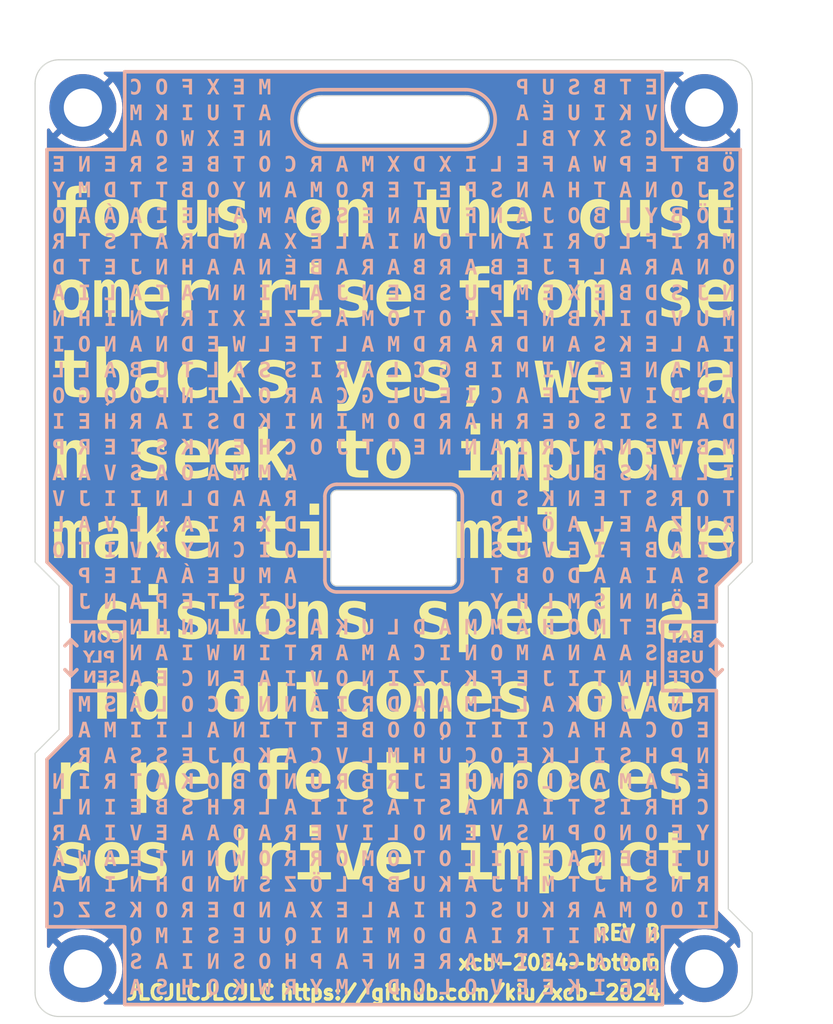
<source format=kicad_pcb>
(kicad_pcb (version 20221018) (generator pcbnew)
  (layers (0 "F.Cu" signal) (31 "B.Cu" signal) (34 "B.Paste" user) (35 "F.Paste" user) (36 "B.SilkS" user "B.Silkscreen") (37 "F.SilkS" user "F.Silkscreen") (38 "B.Mask" user) (39 "F.Mask" user) (44 "Edge.Cuts" user))
  (net 0 "")
  (net 1 "GND")
  (footprint "MountingHole:MountingHole_3.2mm_M3_DIN965_Pad_TopBottom" (layer "F.Cu") (at 100 53)
    (fp_text reference "H2" hide)
    (fp_text value "MountingHole_Pad")
    (pad "1" thru_hole circle (at 0 0) (size 3.6 3.6) (drill 3.2) (layers "*.Cu" "*.Mask") (net 1 "GND"))
    (pad "1" connect circle (at 0 0) (size 5.6 5.6) (layers "F.Cu" "F.Mask") (net 1 "GND"))
    (pad "1" connect circle (at 0 0) (size 5.6 5.6) (layers "B.Cu" "B.Mask") (net 1 "GND"))
  )
  (footprint "MountingHole:MountingHole_3.2mm_M3_DIN965_Pad_TopBottom" (layer "F.Cu") (at 100 125)
    (fp_text reference "H3" hide)
    (fp_text value "MountingHole_Pad")
    (pad "1" thru_hole circle (at 0 0) (size 3.6 3.6) (drill 3.2) (layers "*.Cu" "*.Mask") (net 1 "GND"))
    (pad "1" connect circle (at 0 0) (size 5.6 5.6) (layers "F.Cu" "F.Mask") (net 1 "GND"))
    (pad "1" connect circle (at 0 0) (size 5.6 5.6) (layers "B.Cu" "B.Mask") (net 1 "GND"))
  )
  (footprint "MountingHole:MountingHole_3.2mm_M3_DIN965_Pad_TopBottom" (layer "F.Cu") (at 48 125)
    (fp_text reference "H4" hide)
    (fp_text value "MountingHole_Pad")
    (pad "1" thru_hole circle (at 0 0) (size 3.6 3.6) (drill 3.2) (layers "*.Cu" "*.Mask") (net 1 "GND"))
    (pad "1" connect circle (at 0 0) (size 5.6 5.6) (layers "F.Cu" "F.Mask") (net 1 "GND"))
    (pad "1" connect circle (at 0 0) (size 5.6 5.6) (layers "B.Cu" "B.Mask") (net 1 "GND"))
  )
  (footprint "MountingHole:MountingHole_3.2mm_M3_DIN965_Pad_TopBottom" (layer "F.Cu") (at 48 53)
    (fp_text reference "H1" hide)
    (fp_text value "MountingHole_Pad")
    (pad "1" thru_hole circle (at 0 0) (size 3.6 3.6) (drill 3.2) (layers "*.Cu" "*.Mask") (net 1 "GND"))
    (pad "1" connect circle (at 0 0) (size 5.6 5.6) (layers "F.Cu" "F.Mask") (net 1 "GND"))
    (pad "1" connect circle (at 0 0) (size 5.6 5.6) (layers "B.Cu" "B.Mask") (net 1 "GND"))
  )
  (gr_line (start 101 97.5) (end 101.5 98) (stroke (width 0.3)) (layer "B.SilkS"))
  (gr_line (start 45 121.5) (end 45 107.5) (stroke (width 0.3)) (layer "B.SilkS"))
  (gr_line (start 96.5 50) (end 51.5 50) (stroke (width 0.3)) (layer "B.SilkS"))
  (gr_line (start 47 96) (end 47 93) (stroke (width 0.3)) (layer "B.SilkS"))
  (gr_line (start 45 121.5) (end 51.5 121.5) (stroke (width 0.3)) (layer "B.SilkS"))
  (gr_line (start 45 107.5) (end 47 105.5) (stroke (width 0.3)) (layer "B.SilkS"))
  (gr_arc (start 65.5 54) (mid 66.232233 52.232233) (end 68 51.5) (stroke (width 0.3)) (layer "B.SilkS"))
  (gr_line (start 47 97.5) (end 47 100.5) (stroke (width 0.3)) (layer "B.SilkS"))
  (gr_arc (start 69.249998 93.499998) (mid 68.542893 93.207104) (end 68.249998 92.499998) (stroke (width 0.3)) (layer "B.SilkS"))
  (gr_line (start 47 105.5) (end 47 101.75) (stroke (width 0.3)) (layer "B.SilkS"))
  (gr_line (start 101 101.75) (end 96.5 101.75) (stroke (width 0.3)) (layer "B.SilkS"))
  (gr_line (start 96.5 56.5) (end 103 56.5) (stroke (width 0.3)) (layer "B.SilkS"))
  (gr_line (start 96.5 56.5) (end 96.5 50) (stroke (width 0.3)) (layer "B.SilkS"))
  (gr_line (start 69.249998 93.499998) (end 78.749998 93.5) (stroke (width 0.3)) (layer "B.SilkS"))
  (gr_line (start 101 100.5) (end 101.5 100) (stroke (width 0.3)) (layer "B.SilkS"))
  (gr_arc (start 82.5 54) (mid 81.767767 55.767767) (end 80 56.5) (stroke (width 0.3)) (layer "B.SilkS"))
  (gr_line (start 47 93) (end 45 91) (stroke (width 0.3)) (layer "B.SilkS"))
  (gr_line (start 46.5 98) (end 47 97.5) (stroke (width 0.3)) (layer "B.SilkS"))
  (gr_line (start 51.5 56.5) (end 51.5 50) (stroke (width 0.3)) (layer "B.SilkS"))
  (gr_line (start 51.5 121.5) (end 51.5 128) (stroke (width 0.3)) (layer "B.SilkS"))
  (gr_line (start 51.5 56.5) (end 45 56.5) (stroke (width 0.3)) (layer "B.SilkS"))
  (gr_line (start 69.25 84.5) (end 78.75 84.500002) (stroke (width 0.3)) (layer "B.SilkS"))
  (gr_line (start 101 100.5) (end 100.5 100) (stroke (width 0.3)) (layer "B.SilkS"))
  (gr_line (start 101 97.5) (end 101 100.5) (stroke (width 0.3)) (layer "B.SilkS"))
  (gr_line (start 96.5 101.75) (end 96.5 96) (stroke (width 0.3)) (layer "B.SilkS"))
  (gr_line (start 96.5 121.5) (end 101 121.5) (stroke (width 0.3)) (layer "B.SilkS"))
  (gr_line (start 47 100.5) (end 46.5 100) (stroke (width 0.3)) (layer "B.SilkS"))
  (gr_line (start 51.5 101.75) (end 51.5 96) (stroke (width 0.3)) (layer "B.SilkS"))
  (gr_line (start 45 91) (end 45 56.5) (stroke (width 0.3)) (layer "B.SilkS"))
  (gr_line (start 51.5 128) (end 96.5 128) (stroke (width 0.3)) (layer "B.SilkS"))
  (gr_line (start 68.249998 92.499998) (end 68.25 85.5) (stroke (width 0.3)) (layer "B.SilkS"))
  (gr_line (start 100.5 98) (end 101 97.5) (stroke (width 0.3)) (layer "B.SilkS"))
  (gr_line (start 96.5 96) (end 101 96) (stroke (width 0.3)) (layer "B.SilkS"))
  (gr_line (start 96.5 121.5) (end 96.5 128) (stroke (width 0.3)) (layer "B.SilkS"))
  (gr_line (start 79.749998 92.5) (end 79.75 85.500002) (stroke (width 0.3)) (layer "B.SilkS"))
  (gr_line (start 51.5 96) (end 47 96) (stroke (width 0.3)) (layer "B.SilkS"))
  (gr_line (start 101 96) (end 101 93) (stroke (width 0.3)) (layer "B.SilkS"))
  (gr_arc (start 79.749998 92.5) (mid 79.457105 93.207106) (end 78.749998 93.5) (stroke (width 0.3)) (layer "B.SilkS"))
  (gr_line (start 47 101.75) (end 51.5 101.75) (stroke (width 0.3)) (layer "B.SilkS"))
  (gr_arc (start 68.25 85.5) (mid 68.542893 84.792893) (end 69.25 84.5) (stroke (width 0.3)) (layer "B.SilkS"))
  (gr_line (start 68 51.5) (end 80 51.5) (stroke (width 0.3)) (layer "B.SilkS"))
  (gr_line (start 103 91) (end 103 56.5) (stroke (width 0.3)) (layer "B.SilkS"))
  (gr_line (start 47 100.5) (end 47.5 100) (stroke (width 0.3)) (layer "B.SilkS"))
  (gr_arc (start 68 56.5) (mid 66.232233 55.767767) (end 65.5 54) (stroke (width 0.3)) (layer "B.SilkS"))
  (gr_arc (start 80 51.5) (mid 81.767767 52.232233) (end 82.5 54) (stroke (width 0.3)) (layer "B.SilkS"))
  (gr_line (start 68 56.5) (end 80 56.5) (stroke (width 0.3)) (layer "B.SilkS"))
  (gr_line (start 47 97.5) (end 47.5 98) (stroke (width 0.3)) (layer "B.SilkS"))
  (gr_arc (start 78.75 84.500002) (mid 79.457106 84.792895) (end 79.75 85.500002) (stroke (width 0.3)) (layer "B.SilkS"))
  (gr_line (start 101 121.5) (end 101 101.75) (stroke (width 0.3)) (layer "B.SilkS"))
  (gr_line (start 101 93) (end 103 91) (stroke (width 0.3)) (layer "B.SilkS"))
  (gr_line (start 46 49) (end 102 49) (stroke (width 0.1)) (layer "Edge.Cuts"))
  (gr_line (start 69.25 85) (end 78.75 85) (stroke (width 0.1)) (layer "Edge.Cuts"))
  (gr_line (start 46 105) (end 44 107) (stroke (width 0.1)) (layer "Edge.Cuts"))
  (gr_line (start 102 120) (end 104 122) (stroke (width 0.1)) (layer "Edge.Cuts"))
  (gr_arc (start 104 127) (mid 103.414214 128.414214) (end 102 129) (stroke (width 0.1)) (layer "Edge.Cuts"))
  (gr_arc (start 78.75 85) (mid 79.103553 85.146447) (end 79.25 85.5) (stroke (width 0.1)) (layer "Edge.Cuts"))
  (gr_arc (start 102 49) (mid 103.414214 49.585786) (end 104 51) (stroke (width 0.1)) (layer "Edge.Cuts"))
  (gr_arc (start 80 52) (mid 82 54) (end 80 56) (stroke (width 0.1)) (layer "Edge.Cuts"))
  (gr_line (start 78.75 93) (end 69.25 93) (stroke (width 0.1)) (layer "Edge.Cuts"))
  (gr_arc (start 68 56) (mid 66 54) (end 68 52) (stroke (width 0.1)) (layer "Edge.Cuts"))
  (gr_line (start 68 52) (end 80 52) (stroke (width 0.1)) (layer "Edge.Cuts"))
  (gr_line (start 104 51) (end 104 91) (stroke (width 0.1)) (layer "Edge.Cuts"))
  (gr_arc (start 68.75 85.5) (mid 68.896447 85.146447) (end 69.25 85) (stroke (width 0.1)) (layer "Edge.Cuts"))
  (gr_line (start 102 120) (end 102 93) (stroke (width 0.1)) (layer "Edge.Cuts"))
  (gr_line (start 68.75 92.5) (end 68.75 85.5) (stroke (width 0.1)) (layer "Edge.Cuts"))
  (gr_line (start 104 122) (end 104 127) (stroke (width 0.1)) (layer "Edge.Cuts"))
  (gr_line (start 80 56) (end 68 56) (stroke (width 0.1)) (layer "Edge.Cuts"))
  (gr_arc (start 79.25 92.5) (mid 79.103553 92.853553) (end 78.75 93) (stroke (width 0.1)) (layer "Edge.Cuts"))
  (gr_line (start 44 91) (end 44 51) (stroke (width 0.1)) (layer "Edge.Cuts"))
  (gr_arc (start 44 51) (mid 44.585786 49.585786) (end 46 49) (stroke (width 0.1)) (layer "Edge.Cuts"))
  (gr_line (start 79.25 85.5) (end 79.25 92.5) (stroke (width 0.1)) (layer "Edge.Cuts"))
  (gr_arc (start 46 129) (mid 44.585786 128.414214) (end 44 127) (stroke (width 0.1)) (layer "Edge.Cuts"))
  (gr_line (start 46 93) (end 46 105) (stroke (width 0.1)) (layer "Edge.Cuts"))
  (gr_line (start 102 93) (end 104 91) (stroke (width 0.1)) (layer "Edge.Cuts"))
  (gr_line (start 102 129) (end 46 129) (stroke (width 0.1)) (layer "Edge.Cuts"))
  (gr_line (start 46 93) (end 44 91) (stroke (width 0.1)) (layer "Edge.Cuts"))
  (gr_arc (start 69.25 93) (mid 68.896447 92.853553) (end 68.75 92.5) (stroke (width 0.1)) (layer "Edge.Cuts"))
  (gr_line (start 44 107) (end 44 127) (stroke (width 0.1)) (layer "Edge.Cuts"))
  (gr_text "BAT\nUSB\nOFF" (at 100 99) (layer "B.SilkS") (effects (font (size 1 1) (thickness 0.225) bold) (justify left mirror)))
  (gr_text "CON\nPLY\nSEN" (at 48 99) (layer "B.SilkS") (effects (font (size 1 1) (thickness 0.225) bold) (justify right mirror)))
  (gr_text "      E T B S U P                   M E X F O C      \n      V K I U É A                   A T U I K M      \n      G S X Y B L                   N E X W O A      \nÖ B T E P W A F E L I X D X M A R C O T B E S R E N E\nS J O N A T H A N S P E T E R O M A N Y O B T T D M Y\nI Ö B Y L B O J A N F V A N E S S A M A H E I A Á A O\nM R I F L O R I A N T O N I A L E X A N D R A T S T R\nO N A R A L F J E B A R B A R A B É N A A H N J E T D\nN J S D B E X E M P U S B E N J A M I N N A T A L I A\nM U V D I K B N F Z F O T O M A S Z E X I R Y N I H N\nI A L E K S A N D R A R D M A L T E L W E D N A N O I\nL N A N E I V I M I B G C L A R I S S A L T U B A L L\nA P D I V I I F A C I E U L G C A R O L I N P O Q G O\nD A I S I S G E R H A R D O M I N I K D S I A R H E I\nM B M E N A J R I A N N E T T J O C H E N K S I E R P\nI L I K S B U I A R               A M M A O A S V A A\nT O R S T E N K S D               R A A D L N I I J V\nR U Z A E L A Ö H S               D X R I A A L V A L\nY I A B F I E V U S               O I C N Y R V I T O\n  S A I A A D O B T               A M U E Á A I E P  \n  E Ö N N S M L H Y               U I S T E P A N J  \n      E T M O H A M M A D L U K A S L W N N H N      \n      S A A N A M O N I C A M A R T I N W I A N      \n      H N T I J E F K J Z I N O V I A F N C E A      \n  R N A J T K A L I M A A D R I Á N N I C O L Á S M  \n  E O C A H A C I I I Q O O B E T T I N A L I I M A  \n  N P H S I L K E O C U H M L V C A K D J E S S A R  \n  É T A M A S L G W H E J R B R U N O B O K A T R I N\n  C H R I S T I A N A S T A S I I A L R H S B E I N L\n  Y E O N O P N S V E N O L I V E R A O A A E V I A R\n  U I B E N A E T I L O T O M O R R O W N N T E A W Á\n  R N S H J T M H J A K U B P L Ö Z S N N D H N I N A\n  I O O M A R K U S C H I A L E X A N D E R O K S Z C\n      N D M I T R I A D O M I N I Q U E S I M Q      \n      J O A C H I M A R E N F A P H O S N I A S      \n      H E I K E E V O L O D Y M Y R W K Q H S A      \n" (at 74 89) (layer "B.SilkS") (effects (font (size 1.28 1.28) (thickness 0.175) bold) (justify mirror)))
  (gr_text "focus on the cust\nomer rise from se\ntbacks yes, we ca\nn seek to improve\nmake ti   mely de\n cisions speed a \n nd outcomes ove \nr perfect proces \nses drive impact \n" (at 74 89) (layer "F.SilkS") (effects (font (size 4 4) (thickness 0.2) bold)))
  (gr_text "https://github.com/kiu/xcb-2024" (at 96.5 127) (layer "F.SilkS") (effects (font (size 1.2 1.2) (thickness 0.3) bold) (justify right)))
  (gr_text "xcb-2024-bottom" (at 96.5 124.5) (layer "F.SilkS") (effects (font (size 1.2 1.2) (thickness 0.3) bold) (justify right)))
  (gr_text "JLCJLCJLCJLC" (at 51.5 127) (layer "F.SilkS") (effects (font (size 1.2 1.2) (thickness 0.3) bold) (justify left)))
  (gr_text "REV B" (at 96.5 122) (layer "F.SilkS") (effects (font (size 1.2 1.2) (thickness 0.3) bold) (justify right)))
  (zone (net 1) (net_name "GND") (layers "F&B.Cu") (connect_pads (clearance 0.5)) (min_thickness 0.25) (fill yes (thermal_gap 0.5) (thermal_bridge_width 0.5) (smoothing fillet) (radius 2))
    (polygon (pts (xy 45 107.5) (xy 47 105.5) (xy 47 93) (xy 45 91) (xy 45 50) (xy 103 50) (xy 103 91) (xy 101 93) (xy 101 120) (xy 103 122) (xy 103 128) (xy 45 128)))
  )
)
</source>
